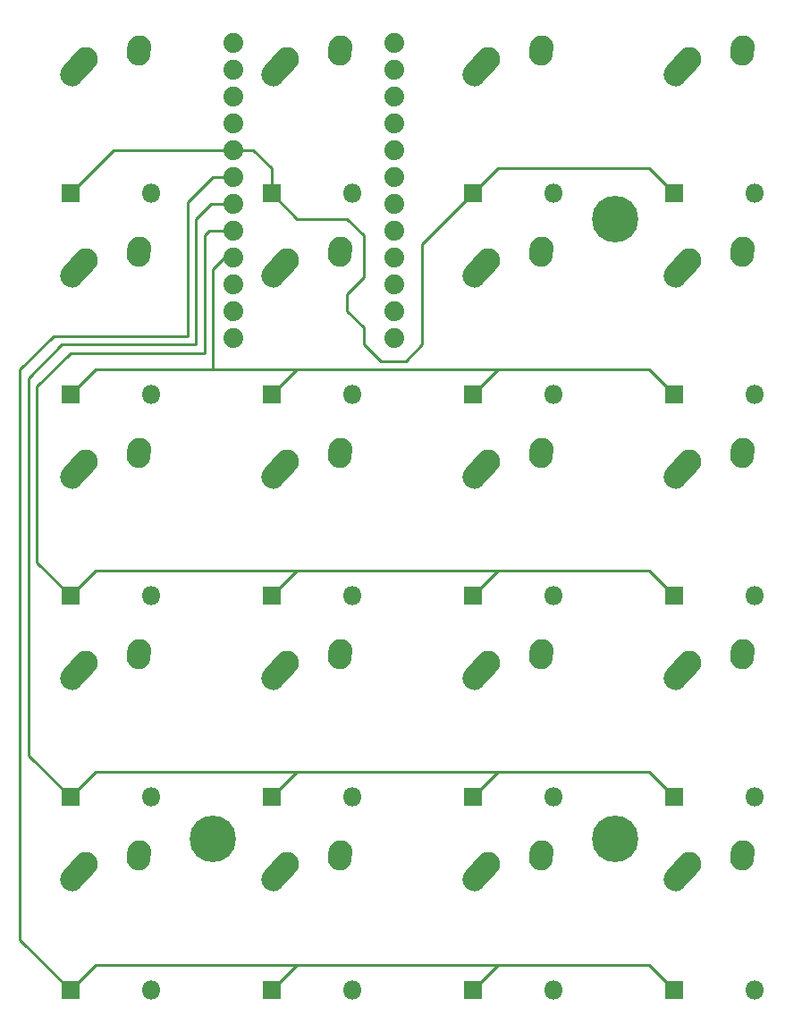
<source format=gbl>
%TF.GenerationSoftware,KiCad,Pcbnew,(5.1.6)-1*%
%TF.CreationDate,2020-11-13T18:30:54-06:00*%
%TF.ProjectId,macropad_4x5,6d616372-6f70-4616-945f-3478352e6b69,v1.3*%
%TF.SameCoordinates,Original*%
%TF.FileFunction,Copper,L2,Bot*%
%TF.FilePolarity,Positive*%
%FSLAX46Y46*%
G04 Gerber Fmt 4.6, Leading zero omitted, Abs format (unit mm)*
G04 Created by KiCad (PCBNEW (5.1.6)-1) date 2020-11-13 18:30:54*
%MOMM*%
%LPD*%
G01*
G04 APERTURE LIST*
%TA.AperFunction,ComponentPad*%
%ADD10C,0.700000*%
%TD*%
%TA.AperFunction,ComponentPad*%
%ADD11C,4.400000*%
%TD*%
%TA.AperFunction,ComponentPad*%
%ADD12C,2.250000*%
%TD*%
%TA.AperFunction,ComponentPad*%
%ADD13O,1.800000X1.800000*%
%TD*%
%TA.AperFunction,ComponentPad*%
%ADD14R,1.800000X1.800000*%
%TD*%
%TA.AperFunction,ComponentPad*%
%ADD15C,1.879600*%
%TD*%
%TA.AperFunction,Conductor*%
%ADD16C,0.254000*%
%TD*%
G04 APERTURE END LIST*
D10*
%TO.P,REF\u002A\u002A,1*%
%TO.N,N/C*%
X58316726Y-100433274D03*
X57150000Y-99950000D03*
X55983274Y-100433274D03*
X55500000Y-101600000D03*
X55983274Y-102766726D03*
X57150000Y-103250000D03*
X58316726Y-102766726D03*
X58800000Y-101600000D03*
D11*
X57150000Y-101600000D03*
%TD*%
%TO.P,REF\u002A\u002A,1*%
%TO.N,N/C*%
X95250000Y-101600000D03*
D10*
X96900000Y-101600000D03*
X96416726Y-102766726D03*
X95250000Y-103250000D03*
X94083274Y-102766726D03*
X93600000Y-101600000D03*
X94083274Y-100433274D03*
X95250000Y-99950000D03*
X96416726Y-100433274D03*
%TD*%
%TO.P,REF\u002A\u002A,1*%
%TO.N,N/C*%
X96416726Y-41695774D03*
X95250000Y-41212500D03*
X94083274Y-41695774D03*
X93600000Y-42862500D03*
X94083274Y-44029226D03*
X95250000Y-44512500D03*
X96416726Y-44029226D03*
X96900000Y-42862500D03*
D11*
X95250000Y-42862500D03*
%TD*%
D12*
%TO.P,MX3,1*%
%TO.N,col2*%
X83225000Y-27750000D03*
%TA.AperFunction,ComponentPad*%
G36*
G01*
X81163683Y-30047345D02*
X81163683Y-30047345D01*
G75*
G02*
X81077655Y-28458683I751317J837345D01*
G01*
X82387657Y-26998683D01*
G75*
G02*
X83976319Y-26912655I837345J-751317D01*
G01*
X83976319Y-26912655D01*
G75*
G02*
X84062347Y-28501317I-751317J-837345D01*
G01*
X82752345Y-29961317D01*
G75*
G02*
X81163683Y-30047345I-837345J751317D01*
G01*
G37*
%TD.AperFunction*%
%TO.P,MX3,2*%
%TO.N,Net-(D3-Pad2)*%
X88265000Y-26670000D03*
%TA.AperFunction,ComponentPad*%
G36*
G01*
X88147597Y-28372334D02*
X88147597Y-28372334D01*
G75*
G02*
X87102666Y-27172597I77403J1122334D01*
G01*
X87142666Y-26592597D01*
G75*
G02*
X88342403Y-25547666I1122334J-77403D01*
G01*
X88342403Y-25547666D01*
G75*
G02*
X89387334Y-26747403I-77403J-1122334D01*
G01*
X89347334Y-27327403D01*
G75*
G02*
X88147597Y-28372334I-1122334J77403D01*
G01*
G37*
%TD.AperFunction*%
%TD*%
D13*
%TO.P,D20,2*%
%TO.N,Net-(D20-Pad2)*%
X108426250Y-115887500D03*
D14*
%TO.P,D20,1*%
%TO.N,row4*%
X100806250Y-115887500D03*
%TD*%
D13*
%TO.P,D19,2*%
%TO.N,Net-(D19-Pad2)*%
X89376250Y-115887500D03*
D14*
%TO.P,D19,1*%
%TO.N,row4*%
X81756250Y-115887500D03*
%TD*%
D13*
%TO.P,D18,2*%
%TO.N,Net-(D18-Pad2)*%
X70326250Y-115887500D03*
D14*
%TO.P,D18,1*%
%TO.N,row4*%
X62706250Y-115887500D03*
%TD*%
%TO.P,D17,1*%
%TO.N,row4*%
X43656250Y-115887500D03*
D13*
%TO.P,D17,2*%
%TO.N,Net-(D17-Pad2)*%
X51276250Y-115887500D03*
%TD*%
%TO.P,D16,2*%
%TO.N,Net-(D16-Pad2)*%
X108426250Y-97631250D03*
D14*
%TO.P,D16,1*%
%TO.N,row3*%
X100806250Y-97631250D03*
%TD*%
D13*
%TO.P,D15,2*%
%TO.N,Net-(D15-Pad2)*%
X89376250Y-97631250D03*
D14*
%TO.P,D15,1*%
%TO.N,row3*%
X81756250Y-97631250D03*
%TD*%
D13*
%TO.P,D14,2*%
%TO.N,Net-(D14-Pad2)*%
X70326250Y-97631250D03*
D14*
%TO.P,D14,1*%
%TO.N,row3*%
X62706250Y-97631250D03*
%TD*%
D13*
%TO.P,D13,2*%
%TO.N,Net-(D13-Pad2)*%
X51276250Y-97631250D03*
D14*
%TO.P,D13,1*%
%TO.N,row3*%
X43656250Y-97631250D03*
%TD*%
D13*
%TO.P,D12,2*%
%TO.N,Net-(D12-Pad2)*%
X108426250Y-78581250D03*
D14*
%TO.P,D12,1*%
%TO.N,row2*%
X100806250Y-78581250D03*
%TD*%
D13*
%TO.P,D11,2*%
%TO.N,Net-(D11-Pad2)*%
X89376250Y-78581250D03*
D14*
%TO.P,D11,1*%
%TO.N,row2*%
X81756250Y-78581250D03*
%TD*%
D13*
%TO.P,D10,2*%
%TO.N,Net-(D10-Pad2)*%
X70326250Y-78581250D03*
D14*
%TO.P,D10,1*%
%TO.N,row2*%
X62706250Y-78581250D03*
%TD*%
D13*
%TO.P,D9,2*%
%TO.N,Net-(D9-Pad2)*%
X51276250Y-78581250D03*
D14*
%TO.P,D9,1*%
%TO.N,row2*%
X43656250Y-78581250D03*
%TD*%
D13*
%TO.P,D8,2*%
%TO.N,Net-(D8-Pad2)*%
X108426250Y-59531250D03*
D14*
%TO.P,D8,1*%
%TO.N,row1*%
X100806250Y-59531250D03*
%TD*%
D13*
%TO.P,D7,2*%
%TO.N,Net-(D7-Pad2)*%
X89376250Y-59531250D03*
D14*
%TO.P,D7,1*%
%TO.N,row1*%
X81756250Y-59531250D03*
%TD*%
D13*
%TO.P,D6,2*%
%TO.N,Net-(D6-Pad2)*%
X70326250Y-59531250D03*
D14*
%TO.P,D6,1*%
%TO.N,row1*%
X62706250Y-59531250D03*
%TD*%
D13*
%TO.P,D5,2*%
%TO.N,Net-(D5-Pad2)*%
X51276250Y-59531250D03*
D14*
%TO.P,D5,1*%
%TO.N,row1*%
X43656250Y-59531250D03*
%TD*%
D13*
%TO.P,D4,2*%
%TO.N,Net-(D4-Pad2)*%
X108426250Y-40481250D03*
D14*
%TO.P,D4,1*%
%TO.N,row0*%
X100806250Y-40481250D03*
%TD*%
D13*
%TO.P,D3,2*%
%TO.N,Net-(D3-Pad2)*%
X89376250Y-40481250D03*
D14*
%TO.P,D3,1*%
%TO.N,row0*%
X81756250Y-40481250D03*
%TD*%
D13*
%TO.P,D2,2*%
%TO.N,Net-(D2-Pad2)*%
X70326250Y-40481250D03*
D14*
%TO.P,D2,1*%
%TO.N,row0*%
X62706250Y-40481250D03*
%TD*%
D13*
%TO.P,D1,2*%
%TO.N,Net-(D1-Pad2)*%
X51276250Y-40481250D03*
D14*
%TO.P,D1,1*%
%TO.N,row0*%
X43656250Y-40481250D03*
%TD*%
D12*
%TO.P,MX20,1*%
%TO.N,col3*%
X102275000Y-103950000D03*
%TA.AperFunction,ComponentPad*%
G36*
G01*
X100213683Y-106247345D02*
X100213683Y-106247345D01*
G75*
G02*
X100127655Y-104658683I751317J837345D01*
G01*
X101437657Y-103198683D01*
G75*
G02*
X103026319Y-103112655I837345J-751317D01*
G01*
X103026319Y-103112655D01*
G75*
G02*
X103112347Y-104701317I-751317J-837345D01*
G01*
X101802345Y-106161317D01*
G75*
G02*
X100213683Y-106247345I-837345J751317D01*
G01*
G37*
%TD.AperFunction*%
%TO.P,MX20,2*%
%TO.N,Net-(D20-Pad2)*%
X107315000Y-102870000D03*
%TA.AperFunction,ComponentPad*%
G36*
G01*
X107197597Y-104572334D02*
X107197597Y-104572334D01*
G75*
G02*
X106152666Y-103372597I77403J1122334D01*
G01*
X106192666Y-102792597D01*
G75*
G02*
X107392403Y-101747666I1122334J-77403D01*
G01*
X107392403Y-101747666D01*
G75*
G02*
X108437334Y-102947403I-77403J-1122334D01*
G01*
X108397334Y-103527403D01*
G75*
G02*
X107197597Y-104572334I-1122334J77403D01*
G01*
G37*
%TD.AperFunction*%
%TD*%
%TO.P,MX19,1*%
%TO.N,col2*%
X83225000Y-103950000D03*
%TA.AperFunction,ComponentPad*%
G36*
G01*
X81163683Y-106247345D02*
X81163683Y-106247345D01*
G75*
G02*
X81077655Y-104658683I751317J837345D01*
G01*
X82387657Y-103198683D01*
G75*
G02*
X83976319Y-103112655I837345J-751317D01*
G01*
X83976319Y-103112655D01*
G75*
G02*
X84062347Y-104701317I-751317J-837345D01*
G01*
X82752345Y-106161317D01*
G75*
G02*
X81163683Y-106247345I-837345J751317D01*
G01*
G37*
%TD.AperFunction*%
%TO.P,MX19,2*%
%TO.N,Net-(D19-Pad2)*%
X88265000Y-102870000D03*
%TA.AperFunction,ComponentPad*%
G36*
G01*
X88147597Y-104572334D02*
X88147597Y-104572334D01*
G75*
G02*
X87102666Y-103372597I77403J1122334D01*
G01*
X87142666Y-102792597D01*
G75*
G02*
X88342403Y-101747666I1122334J-77403D01*
G01*
X88342403Y-101747666D01*
G75*
G02*
X89387334Y-102947403I-77403J-1122334D01*
G01*
X89347334Y-103527403D01*
G75*
G02*
X88147597Y-104572334I-1122334J77403D01*
G01*
G37*
%TD.AperFunction*%
%TD*%
%TO.P,MX18,1*%
%TO.N,col1*%
X64175000Y-103950000D03*
%TA.AperFunction,ComponentPad*%
G36*
G01*
X62113683Y-106247345D02*
X62113683Y-106247345D01*
G75*
G02*
X62027655Y-104658683I751317J837345D01*
G01*
X63337657Y-103198683D01*
G75*
G02*
X64926319Y-103112655I837345J-751317D01*
G01*
X64926319Y-103112655D01*
G75*
G02*
X65012347Y-104701317I-751317J-837345D01*
G01*
X63702345Y-106161317D01*
G75*
G02*
X62113683Y-106247345I-837345J751317D01*
G01*
G37*
%TD.AperFunction*%
%TO.P,MX18,2*%
%TO.N,Net-(D18-Pad2)*%
X69215000Y-102870000D03*
%TA.AperFunction,ComponentPad*%
G36*
G01*
X69097597Y-104572334D02*
X69097597Y-104572334D01*
G75*
G02*
X68052666Y-103372597I77403J1122334D01*
G01*
X68092666Y-102792597D01*
G75*
G02*
X69292403Y-101747666I1122334J-77403D01*
G01*
X69292403Y-101747666D01*
G75*
G02*
X70337334Y-102947403I-77403J-1122334D01*
G01*
X70297334Y-103527403D01*
G75*
G02*
X69097597Y-104572334I-1122334J77403D01*
G01*
G37*
%TD.AperFunction*%
%TD*%
%TO.P,MX17,1*%
%TO.N,col0*%
X45125000Y-103950000D03*
%TA.AperFunction,ComponentPad*%
G36*
G01*
X43063683Y-106247345D02*
X43063683Y-106247345D01*
G75*
G02*
X42977655Y-104658683I751317J837345D01*
G01*
X44287657Y-103198683D01*
G75*
G02*
X45876319Y-103112655I837345J-751317D01*
G01*
X45876319Y-103112655D01*
G75*
G02*
X45962347Y-104701317I-751317J-837345D01*
G01*
X44652345Y-106161317D01*
G75*
G02*
X43063683Y-106247345I-837345J751317D01*
G01*
G37*
%TD.AperFunction*%
%TO.P,MX17,2*%
%TO.N,Net-(D17-Pad2)*%
X50165000Y-102870000D03*
%TA.AperFunction,ComponentPad*%
G36*
G01*
X50047597Y-104572334D02*
X50047597Y-104572334D01*
G75*
G02*
X49002666Y-103372597I77403J1122334D01*
G01*
X49042666Y-102792597D01*
G75*
G02*
X50242403Y-101747666I1122334J-77403D01*
G01*
X50242403Y-101747666D01*
G75*
G02*
X51287334Y-102947403I-77403J-1122334D01*
G01*
X51247334Y-103527403D01*
G75*
G02*
X50047597Y-104572334I-1122334J77403D01*
G01*
G37*
%TD.AperFunction*%
%TD*%
%TO.P,MX16,1*%
%TO.N,col3*%
X102275000Y-84900000D03*
%TA.AperFunction,ComponentPad*%
G36*
G01*
X100213683Y-87197345D02*
X100213683Y-87197345D01*
G75*
G02*
X100127655Y-85608683I751317J837345D01*
G01*
X101437657Y-84148683D01*
G75*
G02*
X103026319Y-84062655I837345J-751317D01*
G01*
X103026319Y-84062655D01*
G75*
G02*
X103112347Y-85651317I-751317J-837345D01*
G01*
X101802345Y-87111317D01*
G75*
G02*
X100213683Y-87197345I-837345J751317D01*
G01*
G37*
%TD.AperFunction*%
%TO.P,MX16,2*%
%TO.N,Net-(D16-Pad2)*%
X107315000Y-83820000D03*
%TA.AperFunction,ComponentPad*%
G36*
G01*
X107197597Y-85522334D02*
X107197597Y-85522334D01*
G75*
G02*
X106152666Y-84322597I77403J1122334D01*
G01*
X106192666Y-83742597D01*
G75*
G02*
X107392403Y-82697666I1122334J-77403D01*
G01*
X107392403Y-82697666D01*
G75*
G02*
X108437334Y-83897403I-77403J-1122334D01*
G01*
X108397334Y-84477403D01*
G75*
G02*
X107197597Y-85522334I-1122334J77403D01*
G01*
G37*
%TD.AperFunction*%
%TD*%
%TO.P,MX15,1*%
%TO.N,col2*%
X83225000Y-84900000D03*
%TA.AperFunction,ComponentPad*%
G36*
G01*
X81163683Y-87197345D02*
X81163683Y-87197345D01*
G75*
G02*
X81077655Y-85608683I751317J837345D01*
G01*
X82387657Y-84148683D01*
G75*
G02*
X83976319Y-84062655I837345J-751317D01*
G01*
X83976319Y-84062655D01*
G75*
G02*
X84062347Y-85651317I-751317J-837345D01*
G01*
X82752345Y-87111317D01*
G75*
G02*
X81163683Y-87197345I-837345J751317D01*
G01*
G37*
%TD.AperFunction*%
%TO.P,MX15,2*%
%TO.N,Net-(D15-Pad2)*%
X88265000Y-83820000D03*
%TA.AperFunction,ComponentPad*%
G36*
G01*
X88147597Y-85522334D02*
X88147597Y-85522334D01*
G75*
G02*
X87102666Y-84322597I77403J1122334D01*
G01*
X87142666Y-83742597D01*
G75*
G02*
X88342403Y-82697666I1122334J-77403D01*
G01*
X88342403Y-82697666D01*
G75*
G02*
X89387334Y-83897403I-77403J-1122334D01*
G01*
X89347334Y-84477403D01*
G75*
G02*
X88147597Y-85522334I-1122334J77403D01*
G01*
G37*
%TD.AperFunction*%
%TD*%
%TO.P,MX14,1*%
%TO.N,col1*%
X64175000Y-84900000D03*
%TA.AperFunction,ComponentPad*%
G36*
G01*
X62113683Y-87197345D02*
X62113683Y-87197345D01*
G75*
G02*
X62027655Y-85608683I751317J837345D01*
G01*
X63337657Y-84148683D01*
G75*
G02*
X64926319Y-84062655I837345J-751317D01*
G01*
X64926319Y-84062655D01*
G75*
G02*
X65012347Y-85651317I-751317J-837345D01*
G01*
X63702345Y-87111317D01*
G75*
G02*
X62113683Y-87197345I-837345J751317D01*
G01*
G37*
%TD.AperFunction*%
%TO.P,MX14,2*%
%TO.N,Net-(D14-Pad2)*%
X69215000Y-83820000D03*
%TA.AperFunction,ComponentPad*%
G36*
G01*
X69097597Y-85522334D02*
X69097597Y-85522334D01*
G75*
G02*
X68052666Y-84322597I77403J1122334D01*
G01*
X68092666Y-83742597D01*
G75*
G02*
X69292403Y-82697666I1122334J-77403D01*
G01*
X69292403Y-82697666D01*
G75*
G02*
X70337334Y-83897403I-77403J-1122334D01*
G01*
X70297334Y-84477403D01*
G75*
G02*
X69097597Y-85522334I-1122334J77403D01*
G01*
G37*
%TD.AperFunction*%
%TD*%
%TO.P,MX13,1*%
%TO.N,col0*%
X45125000Y-84900000D03*
%TA.AperFunction,ComponentPad*%
G36*
G01*
X43063683Y-87197345D02*
X43063683Y-87197345D01*
G75*
G02*
X42977655Y-85608683I751317J837345D01*
G01*
X44287657Y-84148683D01*
G75*
G02*
X45876319Y-84062655I837345J-751317D01*
G01*
X45876319Y-84062655D01*
G75*
G02*
X45962347Y-85651317I-751317J-837345D01*
G01*
X44652345Y-87111317D01*
G75*
G02*
X43063683Y-87197345I-837345J751317D01*
G01*
G37*
%TD.AperFunction*%
%TO.P,MX13,2*%
%TO.N,Net-(D13-Pad2)*%
X50165000Y-83820000D03*
%TA.AperFunction,ComponentPad*%
G36*
G01*
X50047597Y-85522334D02*
X50047597Y-85522334D01*
G75*
G02*
X49002666Y-84322597I77403J1122334D01*
G01*
X49042666Y-83742597D01*
G75*
G02*
X50242403Y-82697666I1122334J-77403D01*
G01*
X50242403Y-82697666D01*
G75*
G02*
X51287334Y-83897403I-77403J-1122334D01*
G01*
X51247334Y-84477403D01*
G75*
G02*
X50047597Y-85522334I-1122334J77403D01*
G01*
G37*
%TD.AperFunction*%
%TD*%
%TO.P,MX12,1*%
%TO.N,col3*%
X102275000Y-65850000D03*
%TA.AperFunction,ComponentPad*%
G36*
G01*
X100213683Y-68147345D02*
X100213683Y-68147345D01*
G75*
G02*
X100127655Y-66558683I751317J837345D01*
G01*
X101437657Y-65098683D01*
G75*
G02*
X103026319Y-65012655I837345J-751317D01*
G01*
X103026319Y-65012655D01*
G75*
G02*
X103112347Y-66601317I-751317J-837345D01*
G01*
X101802345Y-68061317D01*
G75*
G02*
X100213683Y-68147345I-837345J751317D01*
G01*
G37*
%TD.AperFunction*%
%TO.P,MX12,2*%
%TO.N,Net-(D12-Pad2)*%
X107315000Y-64770000D03*
%TA.AperFunction,ComponentPad*%
G36*
G01*
X107197597Y-66472334D02*
X107197597Y-66472334D01*
G75*
G02*
X106152666Y-65272597I77403J1122334D01*
G01*
X106192666Y-64692597D01*
G75*
G02*
X107392403Y-63647666I1122334J-77403D01*
G01*
X107392403Y-63647666D01*
G75*
G02*
X108437334Y-64847403I-77403J-1122334D01*
G01*
X108397334Y-65427403D01*
G75*
G02*
X107197597Y-66472334I-1122334J77403D01*
G01*
G37*
%TD.AperFunction*%
%TD*%
%TO.P,MX11,1*%
%TO.N,col2*%
X83225000Y-65850000D03*
%TA.AperFunction,ComponentPad*%
G36*
G01*
X81163683Y-68147345D02*
X81163683Y-68147345D01*
G75*
G02*
X81077655Y-66558683I751317J837345D01*
G01*
X82387657Y-65098683D01*
G75*
G02*
X83976319Y-65012655I837345J-751317D01*
G01*
X83976319Y-65012655D01*
G75*
G02*
X84062347Y-66601317I-751317J-837345D01*
G01*
X82752345Y-68061317D01*
G75*
G02*
X81163683Y-68147345I-837345J751317D01*
G01*
G37*
%TD.AperFunction*%
%TO.P,MX11,2*%
%TO.N,Net-(D11-Pad2)*%
X88265000Y-64770000D03*
%TA.AperFunction,ComponentPad*%
G36*
G01*
X88147597Y-66472334D02*
X88147597Y-66472334D01*
G75*
G02*
X87102666Y-65272597I77403J1122334D01*
G01*
X87142666Y-64692597D01*
G75*
G02*
X88342403Y-63647666I1122334J-77403D01*
G01*
X88342403Y-63647666D01*
G75*
G02*
X89387334Y-64847403I-77403J-1122334D01*
G01*
X89347334Y-65427403D01*
G75*
G02*
X88147597Y-66472334I-1122334J77403D01*
G01*
G37*
%TD.AperFunction*%
%TD*%
%TO.P,MX10,1*%
%TO.N,col1*%
X64175000Y-65850000D03*
%TA.AperFunction,ComponentPad*%
G36*
G01*
X62113683Y-68147345D02*
X62113683Y-68147345D01*
G75*
G02*
X62027655Y-66558683I751317J837345D01*
G01*
X63337657Y-65098683D01*
G75*
G02*
X64926319Y-65012655I837345J-751317D01*
G01*
X64926319Y-65012655D01*
G75*
G02*
X65012347Y-66601317I-751317J-837345D01*
G01*
X63702345Y-68061317D01*
G75*
G02*
X62113683Y-68147345I-837345J751317D01*
G01*
G37*
%TD.AperFunction*%
%TO.P,MX10,2*%
%TO.N,Net-(D10-Pad2)*%
X69215000Y-64770000D03*
%TA.AperFunction,ComponentPad*%
G36*
G01*
X69097597Y-66472334D02*
X69097597Y-66472334D01*
G75*
G02*
X68052666Y-65272597I77403J1122334D01*
G01*
X68092666Y-64692597D01*
G75*
G02*
X69292403Y-63647666I1122334J-77403D01*
G01*
X69292403Y-63647666D01*
G75*
G02*
X70337334Y-64847403I-77403J-1122334D01*
G01*
X70297334Y-65427403D01*
G75*
G02*
X69097597Y-66472334I-1122334J77403D01*
G01*
G37*
%TD.AperFunction*%
%TD*%
%TO.P,MX9,1*%
%TO.N,col0*%
X45125000Y-65850000D03*
%TA.AperFunction,ComponentPad*%
G36*
G01*
X43063683Y-68147345D02*
X43063683Y-68147345D01*
G75*
G02*
X42977655Y-66558683I751317J837345D01*
G01*
X44287657Y-65098683D01*
G75*
G02*
X45876319Y-65012655I837345J-751317D01*
G01*
X45876319Y-65012655D01*
G75*
G02*
X45962347Y-66601317I-751317J-837345D01*
G01*
X44652345Y-68061317D01*
G75*
G02*
X43063683Y-68147345I-837345J751317D01*
G01*
G37*
%TD.AperFunction*%
%TO.P,MX9,2*%
%TO.N,Net-(D9-Pad2)*%
X50165000Y-64770000D03*
%TA.AperFunction,ComponentPad*%
G36*
G01*
X50047597Y-66472334D02*
X50047597Y-66472334D01*
G75*
G02*
X49002666Y-65272597I77403J1122334D01*
G01*
X49042666Y-64692597D01*
G75*
G02*
X50242403Y-63647666I1122334J-77403D01*
G01*
X50242403Y-63647666D01*
G75*
G02*
X51287334Y-64847403I-77403J-1122334D01*
G01*
X51247334Y-65427403D01*
G75*
G02*
X50047597Y-66472334I-1122334J77403D01*
G01*
G37*
%TD.AperFunction*%
%TD*%
%TO.P,MX8,1*%
%TO.N,col3*%
X102275000Y-46800000D03*
%TA.AperFunction,ComponentPad*%
G36*
G01*
X100213683Y-49097345D02*
X100213683Y-49097345D01*
G75*
G02*
X100127655Y-47508683I751317J837345D01*
G01*
X101437657Y-46048683D01*
G75*
G02*
X103026319Y-45962655I837345J-751317D01*
G01*
X103026319Y-45962655D01*
G75*
G02*
X103112347Y-47551317I-751317J-837345D01*
G01*
X101802345Y-49011317D01*
G75*
G02*
X100213683Y-49097345I-837345J751317D01*
G01*
G37*
%TD.AperFunction*%
%TO.P,MX8,2*%
%TO.N,Net-(D8-Pad2)*%
X107315000Y-45720000D03*
%TA.AperFunction,ComponentPad*%
G36*
G01*
X107197597Y-47422334D02*
X107197597Y-47422334D01*
G75*
G02*
X106152666Y-46222597I77403J1122334D01*
G01*
X106192666Y-45642597D01*
G75*
G02*
X107392403Y-44597666I1122334J-77403D01*
G01*
X107392403Y-44597666D01*
G75*
G02*
X108437334Y-45797403I-77403J-1122334D01*
G01*
X108397334Y-46377403D01*
G75*
G02*
X107197597Y-47422334I-1122334J77403D01*
G01*
G37*
%TD.AperFunction*%
%TD*%
%TO.P,MX7,1*%
%TO.N,col2*%
X83225000Y-46800000D03*
%TA.AperFunction,ComponentPad*%
G36*
G01*
X81163683Y-49097345D02*
X81163683Y-49097345D01*
G75*
G02*
X81077655Y-47508683I751317J837345D01*
G01*
X82387657Y-46048683D01*
G75*
G02*
X83976319Y-45962655I837345J-751317D01*
G01*
X83976319Y-45962655D01*
G75*
G02*
X84062347Y-47551317I-751317J-837345D01*
G01*
X82752345Y-49011317D01*
G75*
G02*
X81163683Y-49097345I-837345J751317D01*
G01*
G37*
%TD.AperFunction*%
%TO.P,MX7,2*%
%TO.N,Net-(D7-Pad2)*%
X88265000Y-45720000D03*
%TA.AperFunction,ComponentPad*%
G36*
G01*
X88147597Y-47422334D02*
X88147597Y-47422334D01*
G75*
G02*
X87102666Y-46222597I77403J1122334D01*
G01*
X87142666Y-45642597D01*
G75*
G02*
X88342403Y-44597666I1122334J-77403D01*
G01*
X88342403Y-44597666D01*
G75*
G02*
X89387334Y-45797403I-77403J-1122334D01*
G01*
X89347334Y-46377403D01*
G75*
G02*
X88147597Y-47422334I-1122334J77403D01*
G01*
G37*
%TD.AperFunction*%
%TD*%
%TO.P,MX6,1*%
%TO.N,col1*%
X64175000Y-46800000D03*
%TA.AperFunction,ComponentPad*%
G36*
G01*
X62113683Y-49097345D02*
X62113683Y-49097345D01*
G75*
G02*
X62027655Y-47508683I751317J837345D01*
G01*
X63337657Y-46048683D01*
G75*
G02*
X64926319Y-45962655I837345J-751317D01*
G01*
X64926319Y-45962655D01*
G75*
G02*
X65012347Y-47551317I-751317J-837345D01*
G01*
X63702345Y-49011317D01*
G75*
G02*
X62113683Y-49097345I-837345J751317D01*
G01*
G37*
%TD.AperFunction*%
%TO.P,MX6,2*%
%TO.N,Net-(D6-Pad2)*%
X69215000Y-45720000D03*
%TA.AperFunction,ComponentPad*%
G36*
G01*
X69097597Y-47422334D02*
X69097597Y-47422334D01*
G75*
G02*
X68052666Y-46222597I77403J1122334D01*
G01*
X68092666Y-45642597D01*
G75*
G02*
X69292403Y-44597666I1122334J-77403D01*
G01*
X69292403Y-44597666D01*
G75*
G02*
X70337334Y-45797403I-77403J-1122334D01*
G01*
X70297334Y-46377403D01*
G75*
G02*
X69097597Y-47422334I-1122334J77403D01*
G01*
G37*
%TD.AperFunction*%
%TD*%
%TO.P,MX5,1*%
%TO.N,col0*%
X45125000Y-46800000D03*
%TA.AperFunction,ComponentPad*%
G36*
G01*
X43063683Y-49097345D02*
X43063683Y-49097345D01*
G75*
G02*
X42977655Y-47508683I751317J837345D01*
G01*
X44287657Y-46048683D01*
G75*
G02*
X45876319Y-45962655I837345J-751317D01*
G01*
X45876319Y-45962655D01*
G75*
G02*
X45962347Y-47551317I-751317J-837345D01*
G01*
X44652345Y-49011317D01*
G75*
G02*
X43063683Y-49097345I-837345J751317D01*
G01*
G37*
%TD.AperFunction*%
%TO.P,MX5,2*%
%TO.N,Net-(D5-Pad2)*%
X50165000Y-45720000D03*
%TA.AperFunction,ComponentPad*%
G36*
G01*
X50047597Y-47422334D02*
X50047597Y-47422334D01*
G75*
G02*
X49002666Y-46222597I77403J1122334D01*
G01*
X49042666Y-45642597D01*
G75*
G02*
X50242403Y-44597666I1122334J-77403D01*
G01*
X50242403Y-44597666D01*
G75*
G02*
X51287334Y-45797403I-77403J-1122334D01*
G01*
X51247334Y-46377403D01*
G75*
G02*
X50047597Y-47422334I-1122334J77403D01*
G01*
G37*
%TD.AperFunction*%
%TD*%
%TO.P,MX4,1*%
%TO.N,col3*%
X102275000Y-27750000D03*
%TA.AperFunction,ComponentPad*%
G36*
G01*
X100213683Y-30047345D02*
X100213683Y-30047345D01*
G75*
G02*
X100127655Y-28458683I751317J837345D01*
G01*
X101437657Y-26998683D01*
G75*
G02*
X103026319Y-26912655I837345J-751317D01*
G01*
X103026319Y-26912655D01*
G75*
G02*
X103112347Y-28501317I-751317J-837345D01*
G01*
X101802345Y-29961317D01*
G75*
G02*
X100213683Y-30047345I-837345J751317D01*
G01*
G37*
%TD.AperFunction*%
%TO.P,MX4,2*%
%TO.N,Net-(D4-Pad2)*%
X107315000Y-26670000D03*
%TA.AperFunction,ComponentPad*%
G36*
G01*
X107197597Y-28372334D02*
X107197597Y-28372334D01*
G75*
G02*
X106152666Y-27172597I77403J1122334D01*
G01*
X106192666Y-26592597D01*
G75*
G02*
X107392403Y-25547666I1122334J-77403D01*
G01*
X107392403Y-25547666D01*
G75*
G02*
X108437334Y-26747403I-77403J-1122334D01*
G01*
X108397334Y-27327403D01*
G75*
G02*
X107197597Y-28372334I-1122334J77403D01*
G01*
G37*
%TD.AperFunction*%
%TD*%
%TO.P,MX2,1*%
%TO.N,col1*%
X64175000Y-27750000D03*
%TA.AperFunction,ComponentPad*%
G36*
G01*
X62113683Y-30047345D02*
X62113683Y-30047345D01*
G75*
G02*
X62027655Y-28458683I751317J837345D01*
G01*
X63337657Y-26998683D01*
G75*
G02*
X64926319Y-26912655I837345J-751317D01*
G01*
X64926319Y-26912655D01*
G75*
G02*
X65012347Y-28501317I-751317J-837345D01*
G01*
X63702345Y-29961317D01*
G75*
G02*
X62113683Y-30047345I-837345J751317D01*
G01*
G37*
%TD.AperFunction*%
%TO.P,MX2,2*%
%TO.N,Net-(D2-Pad2)*%
X69215000Y-26670000D03*
%TA.AperFunction,ComponentPad*%
G36*
G01*
X69097597Y-28372334D02*
X69097597Y-28372334D01*
G75*
G02*
X68052666Y-27172597I77403J1122334D01*
G01*
X68092666Y-26592597D01*
G75*
G02*
X69292403Y-25547666I1122334J-77403D01*
G01*
X69292403Y-25547666D01*
G75*
G02*
X70337334Y-26747403I-77403J-1122334D01*
G01*
X70297334Y-27327403D01*
G75*
G02*
X69097597Y-28372334I-1122334J77403D01*
G01*
G37*
%TD.AperFunction*%
%TD*%
%TO.P,MX1,1*%
%TO.N,col0*%
X45125000Y-27750000D03*
%TA.AperFunction,ComponentPad*%
G36*
G01*
X43063683Y-30047345D02*
X43063683Y-30047345D01*
G75*
G02*
X42977655Y-28458683I751317J837345D01*
G01*
X44287657Y-26998683D01*
G75*
G02*
X45876319Y-26912655I837345J-751317D01*
G01*
X45876319Y-26912655D01*
G75*
G02*
X45962347Y-28501317I-751317J-837345D01*
G01*
X44652345Y-29961317D01*
G75*
G02*
X43063683Y-30047345I-837345J751317D01*
G01*
G37*
%TD.AperFunction*%
%TO.P,MX1,2*%
%TO.N,Net-(D1-Pad2)*%
X50165000Y-26670000D03*
%TA.AperFunction,ComponentPad*%
G36*
G01*
X50047597Y-28372334D02*
X50047597Y-28372334D01*
G75*
G02*
X49002666Y-27172597I77403J1122334D01*
G01*
X49042666Y-26592597D01*
G75*
G02*
X50242403Y-25547666I1122334J-77403D01*
G01*
X50242403Y-25547666D01*
G75*
G02*
X51287334Y-26747403I-77403J-1122334D01*
G01*
X51247334Y-27327403D01*
G75*
G02*
X50047597Y-28372334I-1122334J77403D01*
G01*
G37*
%TD.AperFunction*%
%TD*%
D15*
%TO.P,B1,24*%
%TO.N,RAW*%
X59055000Y-26193750D03*
%TO.P,B1,23*%
%TO.N,Net-(B1-Pad23)*%
X59055000Y-28733750D03*
%TO.P,B1,22*%
%TO.N,Net-(B1-Pad22)*%
X59055000Y-31273750D03*
%TO.P,B1,21*%
%TO.N,Net-(B1-Pad21)*%
X59055000Y-33813750D03*
%TO.P,B1,20*%
%TO.N,row0*%
X59055000Y-36353750D03*
%TO.P,B1,19*%
%TO.N,row4*%
X59055000Y-38893750D03*
%TO.P,B1,18*%
%TO.N,row3*%
X59055000Y-41433750D03*
%TO.P,B1,17*%
%TO.N,row2*%
X59055000Y-43973750D03*
%TO.P,B1,16*%
%TO.N,row1*%
X59055000Y-46513750D03*
%TO.P,B1,15*%
%TO.N,Net-(B1-Pad15)*%
X59055000Y-49053750D03*
%TO.P,B1,14*%
%TO.N,Net-(B1-Pad14)*%
X59055000Y-51593750D03*
%TO.P,B1,13*%
%TO.N,Net-(B1-Pad13)*%
X59055000Y-54133750D03*
%TO.P,B1,12*%
%TO.N,Net-(B1-Pad12)*%
X74295000Y-54133750D03*
%TO.P,B1,11*%
%TO.N,Net-(B1-Pad11)*%
X74295000Y-51593750D03*
%TO.P,B1,10*%
%TO.N,Net-(B1-Pad10)*%
X74295000Y-49053750D03*
%TO.P,B1,9*%
%TO.N,Net-(B1-Pad9)*%
X74295000Y-46513750D03*
%TO.P,B1,8*%
%TO.N,col2*%
X74295000Y-43973750D03*
%TO.P,B1,7*%
%TO.N,col3*%
X74295000Y-41433750D03*
%TO.P,B1,6*%
%TO.N,col1*%
X74295000Y-38893750D03*
%TO.P,B1,5*%
%TO.N,col0*%
X74295000Y-36353750D03*
%TO.P,B1,4*%
%TO.N,Net-(B1-Pad4)*%
X74295000Y-33813750D03*
%TO.P,B1,3*%
%TO.N,Net-(B1-Pad3)*%
X74295000Y-31273750D03*
%TO.P,B1,2*%
%TO.N,Net-(B1-Pad2)*%
X74295000Y-28733750D03*
%TO.P,B1,1*%
%TO.N,TXO*%
X74295000Y-26193750D03*
%TD*%
D16*
%TO.N,row4*%
X43656250Y-115887500D02*
X43656250Y-115093750D01*
X62706250Y-115887500D02*
X62706250Y-115093750D01*
X81756250Y-115887500D02*
X81756250Y-115093750D01*
X100806250Y-115887500D02*
X100806250Y-115093750D01*
X43656250Y-115887500D02*
X46037500Y-113506250D01*
X46037500Y-113506250D02*
X65087500Y-113506250D01*
X65087500Y-113506250D02*
X62706250Y-115887500D01*
X65087500Y-113506250D02*
X84137500Y-113506250D01*
X84137500Y-113506250D02*
X81756250Y-115887500D01*
X84137500Y-113506250D02*
X98425000Y-113506250D01*
X98425000Y-113506250D02*
X100806250Y-115887500D01*
X43656250Y-115887500D02*
X38893750Y-111125000D01*
X38893750Y-111125000D02*
X38893750Y-57150000D01*
X38893750Y-57150000D02*
X42068750Y-53975000D01*
X42068750Y-53975000D02*
X54768750Y-53975000D01*
X59055000Y-38893750D02*
X57150000Y-38893750D01*
X57150000Y-38893750D02*
X54768750Y-41275000D01*
X54768750Y-41275000D02*
X54768750Y-53975000D01*
%TO.N,row3*%
X43656250Y-97631250D02*
X43656250Y-96837500D01*
X62706250Y-97631250D02*
X62706250Y-96837500D01*
X81756250Y-97631250D02*
X81756250Y-96837500D01*
X43656250Y-97631250D02*
X46037500Y-95250000D01*
X46037500Y-95250000D02*
X65087500Y-95250000D01*
X65087500Y-95250000D02*
X62706250Y-97631250D01*
X65087500Y-95250000D02*
X84137500Y-95250000D01*
X84137500Y-95250000D02*
X81756250Y-97631250D01*
X84137500Y-95250000D02*
X98425000Y-95250000D01*
X98425000Y-95250000D02*
X100806250Y-97631250D01*
X43656250Y-97631250D02*
X39687500Y-93662500D01*
X39687500Y-93662500D02*
X39687500Y-57943750D01*
X39687500Y-57943750D02*
X42862500Y-54768750D01*
X42862500Y-54768750D02*
X55562500Y-54768750D01*
X55562500Y-54768750D02*
X55562500Y-42862500D01*
X59055000Y-41433750D02*
X56991250Y-41433750D01*
X56991250Y-41433750D02*
X55562500Y-42862500D01*
%TO.N,row2*%
X43656250Y-78581250D02*
X46037500Y-76200000D01*
X46037500Y-76200000D02*
X65087500Y-76200000D01*
X65087500Y-76200000D02*
X62706250Y-78581250D01*
X65087500Y-76200000D02*
X84137500Y-76200000D01*
X84137500Y-76200000D02*
X81756250Y-78581250D01*
X84137500Y-76200000D02*
X98425000Y-76200000D01*
X98425000Y-76200000D02*
X100806250Y-78581250D01*
X43656250Y-55562500D02*
X56356250Y-55562500D01*
X40481250Y-58737500D02*
X43656250Y-55562500D01*
X40481250Y-75406250D02*
X40481250Y-58737500D01*
X43656250Y-78581250D02*
X40481250Y-75406250D01*
X59055000Y-43973750D02*
X56832500Y-43973750D01*
X56832500Y-43973750D02*
X56356250Y-44450000D01*
X56356250Y-44450000D02*
X56356250Y-55562500D01*
%TO.N,row1*%
X58261250Y-46513750D02*
X59055000Y-46513750D01*
X57150000Y-47625000D02*
X58261250Y-46513750D01*
X43656250Y-59531250D02*
X46037500Y-57150000D01*
X65087500Y-57150000D02*
X62706250Y-59531250D01*
X65087500Y-57150000D02*
X84137500Y-57150000D01*
X84137500Y-57150000D02*
X81756250Y-59531250D01*
X84137500Y-57150000D02*
X98425000Y-57150000D01*
X98425000Y-57150000D02*
X100806250Y-59531250D01*
X57150000Y-47625000D02*
X57150000Y-57150000D01*
X57150000Y-57150000D02*
X65087500Y-57150000D01*
X46037500Y-57150000D02*
X57150000Y-57150000D01*
%TO.N,row0*%
X59213750Y-36512500D02*
X59055000Y-36353750D01*
X47783750Y-36353750D02*
X59055000Y-36353750D01*
X43656250Y-40481250D02*
X47783750Y-36353750D01*
X81756250Y-40481250D02*
X84137500Y-38100000D01*
X84137500Y-38100000D02*
X98425000Y-38100000D01*
X98425000Y-38100000D02*
X100806250Y-40481250D01*
X59055000Y-36353750D02*
X60960000Y-36353750D01*
X60960000Y-36353750D02*
X62706250Y-38100000D01*
X62706250Y-38100000D02*
X62706250Y-40481250D01*
X62706250Y-40481250D02*
X65087500Y-42862500D01*
X65087500Y-42862500D02*
X69850000Y-42862500D01*
X69850000Y-42862500D02*
X71437500Y-44450000D01*
X71437500Y-44450000D02*
X71437500Y-48418750D01*
X71437500Y-48418750D02*
X69850000Y-50006250D01*
X69850000Y-50006250D02*
X69850000Y-51593750D01*
X69850000Y-51593750D02*
X71437500Y-53181250D01*
X71437500Y-53181250D02*
X71437500Y-54768750D01*
X71437500Y-54768750D02*
X73025000Y-56356250D01*
X73025000Y-56356250D02*
X75406250Y-56356250D01*
X75406250Y-56356250D02*
X76993750Y-54768750D01*
X76993750Y-54768750D02*
X76993750Y-45243750D01*
X76993750Y-45243750D02*
X81756250Y-40481250D01*
%TD*%
M02*

</source>
